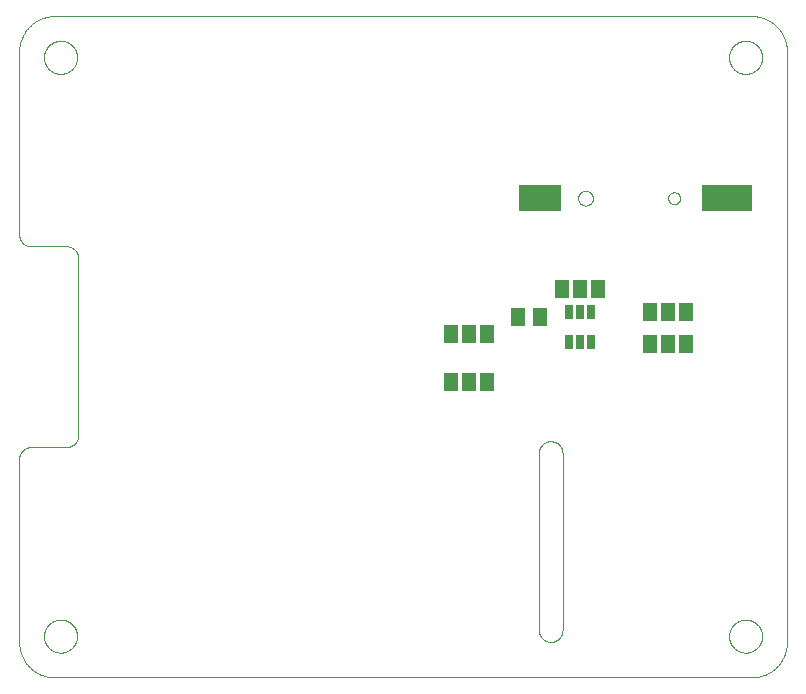
<source format=gbp>
G75*
%MOIN*%
%OFA0B0*%
%FSLAX25Y25*%
%IPPOS*%
%LPD*%
%AMOC8*
5,1,8,0,0,1.08239X$1,22.5*
%
%ADD10C,0.00000*%
%ADD11R,0.04600X0.06300*%
%ADD12R,0.16929X0.09055*%
%ADD13R,0.14409X0.09055*%
%ADD14R,0.02500X0.05000*%
%ADD15R,0.05118X0.05906*%
D10*
X0005500Y0014811D02*
X0005500Y0075835D01*
X0005502Y0075959D01*
X0005508Y0076082D01*
X0005517Y0076206D01*
X0005531Y0076328D01*
X0005548Y0076451D01*
X0005570Y0076573D01*
X0005595Y0076694D01*
X0005624Y0076814D01*
X0005656Y0076933D01*
X0005693Y0077052D01*
X0005733Y0077169D01*
X0005776Y0077284D01*
X0005824Y0077399D01*
X0005875Y0077511D01*
X0005929Y0077622D01*
X0005987Y0077732D01*
X0006048Y0077839D01*
X0006113Y0077945D01*
X0006181Y0078048D01*
X0006252Y0078149D01*
X0006326Y0078248D01*
X0006403Y0078345D01*
X0006484Y0078439D01*
X0006567Y0078530D01*
X0006653Y0078619D01*
X0006742Y0078705D01*
X0006833Y0078788D01*
X0006927Y0078869D01*
X0007024Y0078946D01*
X0007123Y0079020D01*
X0007224Y0079091D01*
X0007327Y0079159D01*
X0007433Y0079224D01*
X0007540Y0079285D01*
X0007650Y0079343D01*
X0007761Y0079397D01*
X0007873Y0079448D01*
X0007988Y0079496D01*
X0008103Y0079539D01*
X0008220Y0079579D01*
X0008339Y0079616D01*
X0008458Y0079648D01*
X0008578Y0079677D01*
X0008699Y0079702D01*
X0008821Y0079724D01*
X0008944Y0079741D01*
X0009066Y0079755D01*
X0009190Y0079764D01*
X0009313Y0079770D01*
X0009437Y0079772D01*
X0021248Y0079772D01*
X0021372Y0079774D01*
X0021495Y0079780D01*
X0021619Y0079789D01*
X0021741Y0079803D01*
X0021864Y0079820D01*
X0021986Y0079842D01*
X0022107Y0079867D01*
X0022227Y0079896D01*
X0022346Y0079928D01*
X0022465Y0079965D01*
X0022582Y0080005D01*
X0022697Y0080048D01*
X0022812Y0080096D01*
X0022924Y0080147D01*
X0023035Y0080201D01*
X0023145Y0080259D01*
X0023252Y0080320D01*
X0023358Y0080385D01*
X0023461Y0080453D01*
X0023562Y0080524D01*
X0023661Y0080598D01*
X0023758Y0080675D01*
X0023852Y0080756D01*
X0023943Y0080839D01*
X0024032Y0080925D01*
X0024118Y0081014D01*
X0024201Y0081105D01*
X0024282Y0081199D01*
X0024359Y0081296D01*
X0024433Y0081395D01*
X0024504Y0081496D01*
X0024572Y0081599D01*
X0024637Y0081705D01*
X0024698Y0081812D01*
X0024756Y0081922D01*
X0024810Y0082033D01*
X0024861Y0082145D01*
X0024909Y0082260D01*
X0024952Y0082375D01*
X0024992Y0082492D01*
X0025029Y0082611D01*
X0025061Y0082730D01*
X0025090Y0082850D01*
X0025115Y0082971D01*
X0025137Y0083093D01*
X0025154Y0083216D01*
X0025168Y0083338D01*
X0025177Y0083462D01*
X0025183Y0083585D01*
X0025185Y0083709D01*
X0025185Y0142764D01*
X0025183Y0142888D01*
X0025177Y0143011D01*
X0025168Y0143135D01*
X0025154Y0143257D01*
X0025137Y0143380D01*
X0025115Y0143502D01*
X0025090Y0143623D01*
X0025061Y0143743D01*
X0025029Y0143862D01*
X0024992Y0143981D01*
X0024952Y0144098D01*
X0024909Y0144213D01*
X0024861Y0144328D01*
X0024810Y0144440D01*
X0024756Y0144551D01*
X0024698Y0144661D01*
X0024637Y0144768D01*
X0024572Y0144874D01*
X0024504Y0144977D01*
X0024433Y0145078D01*
X0024359Y0145177D01*
X0024282Y0145274D01*
X0024201Y0145368D01*
X0024118Y0145459D01*
X0024032Y0145548D01*
X0023943Y0145634D01*
X0023852Y0145717D01*
X0023758Y0145798D01*
X0023661Y0145875D01*
X0023562Y0145949D01*
X0023461Y0146020D01*
X0023358Y0146088D01*
X0023252Y0146153D01*
X0023145Y0146214D01*
X0023035Y0146272D01*
X0022924Y0146326D01*
X0022812Y0146377D01*
X0022697Y0146425D01*
X0022582Y0146468D01*
X0022465Y0146508D01*
X0022346Y0146545D01*
X0022227Y0146577D01*
X0022107Y0146606D01*
X0021986Y0146631D01*
X0021864Y0146653D01*
X0021741Y0146670D01*
X0021619Y0146684D01*
X0021495Y0146693D01*
X0021372Y0146699D01*
X0021248Y0146701D01*
X0009437Y0146701D01*
X0009313Y0146703D01*
X0009190Y0146709D01*
X0009066Y0146718D01*
X0008944Y0146732D01*
X0008821Y0146749D01*
X0008699Y0146771D01*
X0008578Y0146796D01*
X0008458Y0146825D01*
X0008339Y0146857D01*
X0008220Y0146894D01*
X0008103Y0146934D01*
X0007988Y0146977D01*
X0007873Y0147025D01*
X0007761Y0147076D01*
X0007650Y0147130D01*
X0007540Y0147188D01*
X0007433Y0147249D01*
X0007327Y0147314D01*
X0007224Y0147382D01*
X0007123Y0147453D01*
X0007024Y0147527D01*
X0006927Y0147604D01*
X0006833Y0147685D01*
X0006742Y0147768D01*
X0006653Y0147854D01*
X0006567Y0147943D01*
X0006484Y0148034D01*
X0006403Y0148128D01*
X0006326Y0148225D01*
X0006252Y0148324D01*
X0006181Y0148425D01*
X0006113Y0148528D01*
X0006048Y0148634D01*
X0005987Y0148741D01*
X0005929Y0148851D01*
X0005875Y0148962D01*
X0005824Y0149074D01*
X0005776Y0149189D01*
X0005733Y0149304D01*
X0005693Y0149421D01*
X0005656Y0149540D01*
X0005624Y0149659D01*
X0005595Y0149779D01*
X0005570Y0149900D01*
X0005548Y0150022D01*
X0005531Y0150145D01*
X0005517Y0150267D01*
X0005508Y0150391D01*
X0005502Y0150514D01*
X0005500Y0150638D01*
X0005500Y0211661D01*
X0005503Y0211946D01*
X0005514Y0212232D01*
X0005531Y0212517D01*
X0005555Y0212801D01*
X0005586Y0213085D01*
X0005624Y0213368D01*
X0005669Y0213649D01*
X0005720Y0213930D01*
X0005778Y0214210D01*
X0005843Y0214488D01*
X0005915Y0214764D01*
X0005993Y0215038D01*
X0006078Y0215311D01*
X0006170Y0215581D01*
X0006268Y0215849D01*
X0006372Y0216115D01*
X0006483Y0216378D01*
X0006600Y0216638D01*
X0006723Y0216896D01*
X0006853Y0217150D01*
X0006989Y0217401D01*
X0007130Y0217649D01*
X0007278Y0217893D01*
X0007431Y0218134D01*
X0007591Y0218370D01*
X0007756Y0218603D01*
X0007926Y0218832D01*
X0008102Y0219057D01*
X0008284Y0219277D01*
X0008470Y0219493D01*
X0008662Y0219704D01*
X0008859Y0219911D01*
X0009061Y0220113D01*
X0009268Y0220310D01*
X0009479Y0220502D01*
X0009695Y0220688D01*
X0009915Y0220870D01*
X0010140Y0221046D01*
X0010369Y0221216D01*
X0010602Y0221381D01*
X0010838Y0221541D01*
X0011079Y0221694D01*
X0011323Y0221842D01*
X0011571Y0221983D01*
X0011822Y0222119D01*
X0012076Y0222249D01*
X0012334Y0222372D01*
X0012594Y0222489D01*
X0012857Y0222600D01*
X0013123Y0222704D01*
X0013391Y0222802D01*
X0013661Y0222894D01*
X0013934Y0222979D01*
X0014208Y0223057D01*
X0014484Y0223129D01*
X0014762Y0223194D01*
X0015042Y0223252D01*
X0015323Y0223303D01*
X0015604Y0223348D01*
X0015887Y0223386D01*
X0016171Y0223417D01*
X0016455Y0223441D01*
X0016740Y0223458D01*
X0017026Y0223469D01*
X0017311Y0223472D01*
X0249594Y0223472D01*
X0249879Y0223469D01*
X0250165Y0223458D01*
X0250450Y0223441D01*
X0250734Y0223417D01*
X0251018Y0223386D01*
X0251301Y0223348D01*
X0251582Y0223303D01*
X0251863Y0223252D01*
X0252143Y0223194D01*
X0252421Y0223129D01*
X0252697Y0223057D01*
X0252971Y0222979D01*
X0253244Y0222894D01*
X0253514Y0222802D01*
X0253782Y0222704D01*
X0254048Y0222600D01*
X0254311Y0222489D01*
X0254571Y0222372D01*
X0254829Y0222249D01*
X0255083Y0222119D01*
X0255334Y0221983D01*
X0255582Y0221842D01*
X0255826Y0221694D01*
X0256067Y0221541D01*
X0256303Y0221381D01*
X0256536Y0221216D01*
X0256765Y0221046D01*
X0256990Y0220870D01*
X0257210Y0220688D01*
X0257426Y0220502D01*
X0257637Y0220310D01*
X0257844Y0220113D01*
X0258046Y0219911D01*
X0258243Y0219704D01*
X0258435Y0219493D01*
X0258621Y0219277D01*
X0258803Y0219057D01*
X0258979Y0218832D01*
X0259149Y0218603D01*
X0259314Y0218370D01*
X0259474Y0218134D01*
X0259627Y0217893D01*
X0259775Y0217649D01*
X0259916Y0217401D01*
X0260052Y0217150D01*
X0260182Y0216896D01*
X0260305Y0216638D01*
X0260422Y0216378D01*
X0260533Y0216115D01*
X0260637Y0215849D01*
X0260735Y0215581D01*
X0260827Y0215311D01*
X0260912Y0215038D01*
X0260990Y0214764D01*
X0261062Y0214488D01*
X0261127Y0214210D01*
X0261185Y0213930D01*
X0261236Y0213649D01*
X0261281Y0213368D01*
X0261319Y0213085D01*
X0261350Y0212801D01*
X0261374Y0212517D01*
X0261391Y0212232D01*
X0261402Y0211946D01*
X0261405Y0211661D01*
X0261406Y0211661D02*
X0261406Y0014811D01*
X0261405Y0014811D02*
X0261402Y0014526D01*
X0261391Y0014240D01*
X0261374Y0013955D01*
X0261350Y0013671D01*
X0261319Y0013387D01*
X0261281Y0013104D01*
X0261236Y0012823D01*
X0261185Y0012542D01*
X0261127Y0012262D01*
X0261062Y0011984D01*
X0260990Y0011708D01*
X0260912Y0011434D01*
X0260827Y0011161D01*
X0260735Y0010891D01*
X0260637Y0010623D01*
X0260533Y0010357D01*
X0260422Y0010094D01*
X0260305Y0009834D01*
X0260182Y0009576D01*
X0260052Y0009322D01*
X0259916Y0009071D01*
X0259775Y0008823D01*
X0259627Y0008579D01*
X0259474Y0008338D01*
X0259314Y0008102D01*
X0259149Y0007869D01*
X0258979Y0007640D01*
X0258803Y0007415D01*
X0258621Y0007195D01*
X0258435Y0006979D01*
X0258243Y0006768D01*
X0258046Y0006561D01*
X0257844Y0006359D01*
X0257637Y0006162D01*
X0257426Y0005970D01*
X0257210Y0005784D01*
X0256990Y0005602D01*
X0256765Y0005426D01*
X0256536Y0005256D01*
X0256303Y0005091D01*
X0256067Y0004931D01*
X0255826Y0004778D01*
X0255582Y0004630D01*
X0255334Y0004489D01*
X0255083Y0004353D01*
X0254829Y0004223D01*
X0254571Y0004100D01*
X0254311Y0003983D01*
X0254048Y0003872D01*
X0253782Y0003768D01*
X0253514Y0003670D01*
X0253244Y0003578D01*
X0252971Y0003493D01*
X0252697Y0003415D01*
X0252421Y0003343D01*
X0252143Y0003278D01*
X0251863Y0003220D01*
X0251582Y0003169D01*
X0251301Y0003124D01*
X0251018Y0003086D01*
X0250734Y0003055D01*
X0250450Y0003031D01*
X0250165Y0003014D01*
X0249879Y0003003D01*
X0249594Y0003000D01*
X0017311Y0003000D01*
X0017026Y0003003D01*
X0016740Y0003014D01*
X0016455Y0003031D01*
X0016171Y0003055D01*
X0015887Y0003086D01*
X0015604Y0003124D01*
X0015323Y0003169D01*
X0015042Y0003220D01*
X0014762Y0003278D01*
X0014484Y0003343D01*
X0014208Y0003415D01*
X0013934Y0003493D01*
X0013661Y0003578D01*
X0013391Y0003670D01*
X0013123Y0003768D01*
X0012857Y0003872D01*
X0012594Y0003983D01*
X0012334Y0004100D01*
X0012076Y0004223D01*
X0011822Y0004353D01*
X0011571Y0004489D01*
X0011323Y0004630D01*
X0011079Y0004778D01*
X0010838Y0004931D01*
X0010602Y0005091D01*
X0010369Y0005256D01*
X0010140Y0005426D01*
X0009915Y0005602D01*
X0009695Y0005784D01*
X0009479Y0005970D01*
X0009268Y0006162D01*
X0009061Y0006359D01*
X0008859Y0006561D01*
X0008662Y0006768D01*
X0008470Y0006979D01*
X0008284Y0007195D01*
X0008102Y0007415D01*
X0007926Y0007640D01*
X0007756Y0007869D01*
X0007591Y0008102D01*
X0007431Y0008338D01*
X0007278Y0008579D01*
X0007130Y0008823D01*
X0006989Y0009071D01*
X0006853Y0009322D01*
X0006723Y0009576D01*
X0006600Y0009834D01*
X0006483Y0010094D01*
X0006372Y0010357D01*
X0006268Y0010623D01*
X0006170Y0010891D01*
X0006078Y0011161D01*
X0005993Y0011434D01*
X0005915Y0011708D01*
X0005843Y0011984D01*
X0005778Y0012262D01*
X0005720Y0012542D01*
X0005669Y0012823D01*
X0005624Y0013104D01*
X0005586Y0013387D01*
X0005555Y0013671D01*
X0005531Y0013955D01*
X0005514Y0014240D01*
X0005503Y0014526D01*
X0005500Y0014811D01*
X0013768Y0016780D02*
X0013770Y0016928D01*
X0013776Y0017076D01*
X0013786Y0017224D01*
X0013800Y0017371D01*
X0013818Y0017518D01*
X0013839Y0017664D01*
X0013865Y0017810D01*
X0013895Y0017955D01*
X0013928Y0018099D01*
X0013966Y0018242D01*
X0014007Y0018384D01*
X0014052Y0018525D01*
X0014100Y0018665D01*
X0014153Y0018804D01*
X0014209Y0018941D01*
X0014269Y0019076D01*
X0014332Y0019210D01*
X0014399Y0019342D01*
X0014470Y0019472D01*
X0014544Y0019600D01*
X0014621Y0019726D01*
X0014702Y0019850D01*
X0014786Y0019972D01*
X0014873Y0020091D01*
X0014964Y0020208D01*
X0015058Y0020323D01*
X0015154Y0020435D01*
X0015254Y0020545D01*
X0015356Y0020651D01*
X0015462Y0020755D01*
X0015570Y0020856D01*
X0015681Y0020954D01*
X0015794Y0021050D01*
X0015910Y0021142D01*
X0016028Y0021231D01*
X0016149Y0021316D01*
X0016272Y0021399D01*
X0016397Y0021478D01*
X0016524Y0021554D01*
X0016653Y0021626D01*
X0016784Y0021695D01*
X0016917Y0021760D01*
X0017052Y0021821D01*
X0017188Y0021879D01*
X0017325Y0021934D01*
X0017464Y0021984D01*
X0017605Y0022031D01*
X0017746Y0022074D01*
X0017889Y0022114D01*
X0018033Y0022149D01*
X0018177Y0022181D01*
X0018323Y0022208D01*
X0018469Y0022232D01*
X0018616Y0022252D01*
X0018763Y0022268D01*
X0018910Y0022280D01*
X0019058Y0022288D01*
X0019206Y0022292D01*
X0019354Y0022292D01*
X0019502Y0022288D01*
X0019650Y0022280D01*
X0019797Y0022268D01*
X0019944Y0022252D01*
X0020091Y0022232D01*
X0020237Y0022208D01*
X0020383Y0022181D01*
X0020527Y0022149D01*
X0020671Y0022114D01*
X0020814Y0022074D01*
X0020955Y0022031D01*
X0021096Y0021984D01*
X0021235Y0021934D01*
X0021372Y0021879D01*
X0021508Y0021821D01*
X0021643Y0021760D01*
X0021776Y0021695D01*
X0021907Y0021626D01*
X0022036Y0021554D01*
X0022163Y0021478D01*
X0022288Y0021399D01*
X0022411Y0021316D01*
X0022532Y0021231D01*
X0022650Y0021142D01*
X0022766Y0021050D01*
X0022879Y0020954D01*
X0022990Y0020856D01*
X0023098Y0020755D01*
X0023204Y0020651D01*
X0023306Y0020545D01*
X0023406Y0020435D01*
X0023502Y0020323D01*
X0023596Y0020208D01*
X0023687Y0020091D01*
X0023774Y0019972D01*
X0023858Y0019850D01*
X0023939Y0019726D01*
X0024016Y0019600D01*
X0024090Y0019472D01*
X0024161Y0019342D01*
X0024228Y0019210D01*
X0024291Y0019076D01*
X0024351Y0018941D01*
X0024407Y0018804D01*
X0024460Y0018665D01*
X0024508Y0018525D01*
X0024553Y0018384D01*
X0024594Y0018242D01*
X0024632Y0018099D01*
X0024665Y0017955D01*
X0024695Y0017810D01*
X0024721Y0017664D01*
X0024742Y0017518D01*
X0024760Y0017371D01*
X0024774Y0017224D01*
X0024784Y0017076D01*
X0024790Y0016928D01*
X0024792Y0016780D01*
X0024790Y0016632D01*
X0024784Y0016484D01*
X0024774Y0016336D01*
X0024760Y0016189D01*
X0024742Y0016042D01*
X0024721Y0015896D01*
X0024695Y0015750D01*
X0024665Y0015605D01*
X0024632Y0015461D01*
X0024594Y0015318D01*
X0024553Y0015176D01*
X0024508Y0015035D01*
X0024460Y0014895D01*
X0024407Y0014756D01*
X0024351Y0014619D01*
X0024291Y0014484D01*
X0024228Y0014350D01*
X0024161Y0014218D01*
X0024090Y0014088D01*
X0024016Y0013960D01*
X0023939Y0013834D01*
X0023858Y0013710D01*
X0023774Y0013588D01*
X0023687Y0013469D01*
X0023596Y0013352D01*
X0023502Y0013237D01*
X0023406Y0013125D01*
X0023306Y0013015D01*
X0023204Y0012909D01*
X0023098Y0012805D01*
X0022990Y0012704D01*
X0022879Y0012606D01*
X0022766Y0012510D01*
X0022650Y0012418D01*
X0022532Y0012329D01*
X0022411Y0012244D01*
X0022288Y0012161D01*
X0022163Y0012082D01*
X0022036Y0012006D01*
X0021907Y0011934D01*
X0021776Y0011865D01*
X0021643Y0011800D01*
X0021508Y0011739D01*
X0021372Y0011681D01*
X0021235Y0011626D01*
X0021096Y0011576D01*
X0020955Y0011529D01*
X0020814Y0011486D01*
X0020671Y0011446D01*
X0020527Y0011411D01*
X0020383Y0011379D01*
X0020237Y0011352D01*
X0020091Y0011328D01*
X0019944Y0011308D01*
X0019797Y0011292D01*
X0019650Y0011280D01*
X0019502Y0011272D01*
X0019354Y0011268D01*
X0019206Y0011268D01*
X0019058Y0011272D01*
X0018910Y0011280D01*
X0018763Y0011292D01*
X0018616Y0011308D01*
X0018469Y0011328D01*
X0018323Y0011352D01*
X0018177Y0011379D01*
X0018033Y0011411D01*
X0017889Y0011446D01*
X0017746Y0011486D01*
X0017605Y0011529D01*
X0017464Y0011576D01*
X0017325Y0011626D01*
X0017188Y0011681D01*
X0017052Y0011739D01*
X0016917Y0011800D01*
X0016784Y0011865D01*
X0016653Y0011934D01*
X0016524Y0012006D01*
X0016397Y0012082D01*
X0016272Y0012161D01*
X0016149Y0012244D01*
X0016028Y0012329D01*
X0015910Y0012418D01*
X0015794Y0012510D01*
X0015681Y0012606D01*
X0015570Y0012704D01*
X0015462Y0012805D01*
X0015356Y0012909D01*
X0015254Y0013015D01*
X0015154Y0013125D01*
X0015058Y0013237D01*
X0014964Y0013352D01*
X0014873Y0013469D01*
X0014786Y0013588D01*
X0014702Y0013710D01*
X0014621Y0013834D01*
X0014544Y0013960D01*
X0014470Y0014088D01*
X0014399Y0014218D01*
X0014332Y0014350D01*
X0014269Y0014484D01*
X0014209Y0014619D01*
X0014153Y0014756D01*
X0014100Y0014895D01*
X0014052Y0015035D01*
X0014007Y0015176D01*
X0013966Y0015318D01*
X0013928Y0015461D01*
X0013895Y0015605D01*
X0013865Y0015750D01*
X0013839Y0015896D01*
X0013818Y0016042D01*
X0013800Y0016189D01*
X0013786Y0016336D01*
X0013776Y0016484D01*
X0013770Y0016632D01*
X0013768Y0016780D01*
X0178728Y0018787D02*
X0178728Y0077803D01*
X0178730Y0077927D01*
X0178736Y0078050D01*
X0178745Y0078174D01*
X0178759Y0078296D01*
X0178776Y0078419D01*
X0178798Y0078541D01*
X0178823Y0078662D01*
X0178852Y0078782D01*
X0178884Y0078901D01*
X0178921Y0079020D01*
X0178961Y0079137D01*
X0179004Y0079252D01*
X0179052Y0079367D01*
X0179103Y0079479D01*
X0179157Y0079590D01*
X0179215Y0079700D01*
X0179276Y0079807D01*
X0179341Y0079913D01*
X0179409Y0080016D01*
X0179480Y0080117D01*
X0179554Y0080216D01*
X0179631Y0080313D01*
X0179712Y0080407D01*
X0179795Y0080498D01*
X0179881Y0080587D01*
X0179970Y0080673D01*
X0180061Y0080756D01*
X0180155Y0080837D01*
X0180252Y0080914D01*
X0180351Y0080988D01*
X0180452Y0081059D01*
X0180555Y0081127D01*
X0180661Y0081192D01*
X0180768Y0081253D01*
X0180878Y0081311D01*
X0180989Y0081365D01*
X0181101Y0081416D01*
X0181216Y0081464D01*
X0181331Y0081507D01*
X0181448Y0081547D01*
X0181567Y0081584D01*
X0181686Y0081616D01*
X0181806Y0081645D01*
X0181927Y0081670D01*
X0182049Y0081692D01*
X0182172Y0081709D01*
X0182294Y0081723D01*
X0182418Y0081732D01*
X0182541Y0081738D01*
X0182665Y0081740D01*
X0182789Y0081738D01*
X0182912Y0081732D01*
X0183036Y0081723D01*
X0183158Y0081709D01*
X0183281Y0081692D01*
X0183403Y0081670D01*
X0183524Y0081645D01*
X0183644Y0081616D01*
X0183763Y0081584D01*
X0183882Y0081547D01*
X0183999Y0081507D01*
X0184114Y0081464D01*
X0184229Y0081416D01*
X0184341Y0081365D01*
X0184452Y0081311D01*
X0184562Y0081253D01*
X0184669Y0081192D01*
X0184775Y0081127D01*
X0184878Y0081059D01*
X0184979Y0080988D01*
X0185078Y0080914D01*
X0185175Y0080837D01*
X0185269Y0080756D01*
X0185360Y0080673D01*
X0185449Y0080587D01*
X0185535Y0080498D01*
X0185618Y0080407D01*
X0185699Y0080313D01*
X0185776Y0080216D01*
X0185850Y0080117D01*
X0185921Y0080016D01*
X0185989Y0079913D01*
X0186054Y0079807D01*
X0186115Y0079700D01*
X0186173Y0079590D01*
X0186227Y0079479D01*
X0186278Y0079367D01*
X0186326Y0079252D01*
X0186369Y0079137D01*
X0186409Y0079020D01*
X0186446Y0078901D01*
X0186478Y0078782D01*
X0186507Y0078662D01*
X0186532Y0078541D01*
X0186554Y0078419D01*
X0186571Y0078296D01*
X0186585Y0078174D01*
X0186594Y0078050D01*
X0186600Y0077927D01*
X0186602Y0077803D01*
X0186602Y0018787D01*
X0186600Y0018663D01*
X0186594Y0018540D01*
X0186585Y0018416D01*
X0186571Y0018294D01*
X0186554Y0018171D01*
X0186532Y0018049D01*
X0186507Y0017928D01*
X0186478Y0017808D01*
X0186446Y0017689D01*
X0186409Y0017570D01*
X0186369Y0017453D01*
X0186326Y0017338D01*
X0186278Y0017223D01*
X0186227Y0017111D01*
X0186173Y0017000D01*
X0186115Y0016890D01*
X0186054Y0016783D01*
X0185989Y0016677D01*
X0185921Y0016574D01*
X0185850Y0016473D01*
X0185776Y0016374D01*
X0185699Y0016277D01*
X0185618Y0016183D01*
X0185535Y0016092D01*
X0185449Y0016003D01*
X0185360Y0015917D01*
X0185269Y0015834D01*
X0185175Y0015753D01*
X0185078Y0015676D01*
X0184979Y0015602D01*
X0184878Y0015531D01*
X0184775Y0015463D01*
X0184669Y0015398D01*
X0184562Y0015337D01*
X0184452Y0015279D01*
X0184341Y0015225D01*
X0184229Y0015174D01*
X0184114Y0015126D01*
X0183999Y0015083D01*
X0183882Y0015043D01*
X0183763Y0015006D01*
X0183644Y0014974D01*
X0183524Y0014945D01*
X0183403Y0014920D01*
X0183281Y0014898D01*
X0183158Y0014881D01*
X0183036Y0014867D01*
X0182912Y0014858D01*
X0182789Y0014852D01*
X0182665Y0014850D01*
X0182541Y0014852D01*
X0182418Y0014858D01*
X0182294Y0014867D01*
X0182172Y0014881D01*
X0182049Y0014898D01*
X0181927Y0014920D01*
X0181806Y0014945D01*
X0181686Y0014974D01*
X0181567Y0015006D01*
X0181448Y0015043D01*
X0181331Y0015083D01*
X0181216Y0015126D01*
X0181101Y0015174D01*
X0180989Y0015225D01*
X0180878Y0015279D01*
X0180768Y0015337D01*
X0180661Y0015398D01*
X0180555Y0015463D01*
X0180452Y0015531D01*
X0180351Y0015602D01*
X0180252Y0015676D01*
X0180155Y0015753D01*
X0180061Y0015834D01*
X0179970Y0015917D01*
X0179881Y0016003D01*
X0179795Y0016092D01*
X0179712Y0016183D01*
X0179631Y0016277D01*
X0179554Y0016374D01*
X0179480Y0016473D01*
X0179409Y0016574D01*
X0179341Y0016677D01*
X0179276Y0016783D01*
X0179215Y0016890D01*
X0179157Y0017000D01*
X0179103Y0017111D01*
X0179052Y0017223D01*
X0179004Y0017338D01*
X0178961Y0017453D01*
X0178921Y0017570D01*
X0178884Y0017689D01*
X0178852Y0017808D01*
X0178823Y0017928D01*
X0178798Y0018049D01*
X0178776Y0018171D01*
X0178759Y0018294D01*
X0178745Y0018416D01*
X0178736Y0018540D01*
X0178730Y0018663D01*
X0178728Y0018787D01*
X0242114Y0016780D02*
X0242116Y0016928D01*
X0242122Y0017076D01*
X0242132Y0017224D01*
X0242146Y0017371D01*
X0242164Y0017518D01*
X0242185Y0017664D01*
X0242211Y0017810D01*
X0242241Y0017955D01*
X0242274Y0018099D01*
X0242312Y0018242D01*
X0242353Y0018384D01*
X0242398Y0018525D01*
X0242446Y0018665D01*
X0242499Y0018804D01*
X0242555Y0018941D01*
X0242615Y0019076D01*
X0242678Y0019210D01*
X0242745Y0019342D01*
X0242816Y0019472D01*
X0242890Y0019600D01*
X0242967Y0019726D01*
X0243048Y0019850D01*
X0243132Y0019972D01*
X0243219Y0020091D01*
X0243310Y0020208D01*
X0243404Y0020323D01*
X0243500Y0020435D01*
X0243600Y0020545D01*
X0243702Y0020651D01*
X0243808Y0020755D01*
X0243916Y0020856D01*
X0244027Y0020954D01*
X0244140Y0021050D01*
X0244256Y0021142D01*
X0244374Y0021231D01*
X0244495Y0021316D01*
X0244618Y0021399D01*
X0244743Y0021478D01*
X0244870Y0021554D01*
X0244999Y0021626D01*
X0245130Y0021695D01*
X0245263Y0021760D01*
X0245398Y0021821D01*
X0245534Y0021879D01*
X0245671Y0021934D01*
X0245810Y0021984D01*
X0245951Y0022031D01*
X0246092Y0022074D01*
X0246235Y0022114D01*
X0246379Y0022149D01*
X0246523Y0022181D01*
X0246669Y0022208D01*
X0246815Y0022232D01*
X0246962Y0022252D01*
X0247109Y0022268D01*
X0247256Y0022280D01*
X0247404Y0022288D01*
X0247552Y0022292D01*
X0247700Y0022292D01*
X0247848Y0022288D01*
X0247996Y0022280D01*
X0248143Y0022268D01*
X0248290Y0022252D01*
X0248437Y0022232D01*
X0248583Y0022208D01*
X0248729Y0022181D01*
X0248873Y0022149D01*
X0249017Y0022114D01*
X0249160Y0022074D01*
X0249301Y0022031D01*
X0249442Y0021984D01*
X0249581Y0021934D01*
X0249718Y0021879D01*
X0249854Y0021821D01*
X0249989Y0021760D01*
X0250122Y0021695D01*
X0250253Y0021626D01*
X0250382Y0021554D01*
X0250509Y0021478D01*
X0250634Y0021399D01*
X0250757Y0021316D01*
X0250878Y0021231D01*
X0250996Y0021142D01*
X0251112Y0021050D01*
X0251225Y0020954D01*
X0251336Y0020856D01*
X0251444Y0020755D01*
X0251550Y0020651D01*
X0251652Y0020545D01*
X0251752Y0020435D01*
X0251848Y0020323D01*
X0251942Y0020208D01*
X0252033Y0020091D01*
X0252120Y0019972D01*
X0252204Y0019850D01*
X0252285Y0019726D01*
X0252362Y0019600D01*
X0252436Y0019472D01*
X0252507Y0019342D01*
X0252574Y0019210D01*
X0252637Y0019076D01*
X0252697Y0018941D01*
X0252753Y0018804D01*
X0252806Y0018665D01*
X0252854Y0018525D01*
X0252899Y0018384D01*
X0252940Y0018242D01*
X0252978Y0018099D01*
X0253011Y0017955D01*
X0253041Y0017810D01*
X0253067Y0017664D01*
X0253088Y0017518D01*
X0253106Y0017371D01*
X0253120Y0017224D01*
X0253130Y0017076D01*
X0253136Y0016928D01*
X0253138Y0016780D01*
X0253136Y0016632D01*
X0253130Y0016484D01*
X0253120Y0016336D01*
X0253106Y0016189D01*
X0253088Y0016042D01*
X0253067Y0015896D01*
X0253041Y0015750D01*
X0253011Y0015605D01*
X0252978Y0015461D01*
X0252940Y0015318D01*
X0252899Y0015176D01*
X0252854Y0015035D01*
X0252806Y0014895D01*
X0252753Y0014756D01*
X0252697Y0014619D01*
X0252637Y0014484D01*
X0252574Y0014350D01*
X0252507Y0014218D01*
X0252436Y0014088D01*
X0252362Y0013960D01*
X0252285Y0013834D01*
X0252204Y0013710D01*
X0252120Y0013588D01*
X0252033Y0013469D01*
X0251942Y0013352D01*
X0251848Y0013237D01*
X0251752Y0013125D01*
X0251652Y0013015D01*
X0251550Y0012909D01*
X0251444Y0012805D01*
X0251336Y0012704D01*
X0251225Y0012606D01*
X0251112Y0012510D01*
X0250996Y0012418D01*
X0250878Y0012329D01*
X0250757Y0012244D01*
X0250634Y0012161D01*
X0250509Y0012082D01*
X0250382Y0012006D01*
X0250253Y0011934D01*
X0250122Y0011865D01*
X0249989Y0011800D01*
X0249854Y0011739D01*
X0249718Y0011681D01*
X0249581Y0011626D01*
X0249442Y0011576D01*
X0249301Y0011529D01*
X0249160Y0011486D01*
X0249017Y0011446D01*
X0248873Y0011411D01*
X0248729Y0011379D01*
X0248583Y0011352D01*
X0248437Y0011328D01*
X0248290Y0011308D01*
X0248143Y0011292D01*
X0247996Y0011280D01*
X0247848Y0011272D01*
X0247700Y0011268D01*
X0247552Y0011268D01*
X0247404Y0011272D01*
X0247256Y0011280D01*
X0247109Y0011292D01*
X0246962Y0011308D01*
X0246815Y0011328D01*
X0246669Y0011352D01*
X0246523Y0011379D01*
X0246379Y0011411D01*
X0246235Y0011446D01*
X0246092Y0011486D01*
X0245951Y0011529D01*
X0245810Y0011576D01*
X0245671Y0011626D01*
X0245534Y0011681D01*
X0245398Y0011739D01*
X0245263Y0011800D01*
X0245130Y0011865D01*
X0244999Y0011934D01*
X0244870Y0012006D01*
X0244743Y0012082D01*
X0244618Y0012161D01*
X0244495Y0012244D01*
X0244374Y0012329D01*
X0244256Y0012418D01*
X0244140Y0012510D01*
X0244027Y0012606D01*
X0243916Y0012704D01*
X0243808Y0012805D01*
X0243702Y0012909D01*
X0243600Y0013015D01*
X0243500Y0013125D01*
X0243404Y0013237D01*
X0243310Y0013352D01*
X0243219Y0013469D01*
X0243132Y0013588D01*
X0243048Y0013710D01*
X0242967Y0013834D01*
X0242890Y0013960D01*
X0242816Y0014088D01*
X0242745Y0014218D01*
X0242678Y0014350D01*
X0242615Y0014484D01*
X0242555Y0014619D01*
X0242499Y0014756D01*
X0242446Y0014895D01*
X0242398Y0015035D01*
X0242353Y0015176D01*
X0242312Y0015318D01*
X0242274Y0015461D01*
X0242241Y0015605D01*
X0242211Y0015750D01*
X0242185Y0015896D01*
X0242164Y0016042D01*
X0242146Y0016189D01*
X0242132Y0016336D01*
X0242122Y0016484D01*
X0242116Y0016632D01*
X0242114Y0016780D01*
X0221828Y0162754D02*
X0221830Y0162842D01*
X0221836Y0162930D01*
X0221846Y0163018D01*
X0221860Y0163106D01*
X0221877Y0163192D01*
X0221899Y0163278D01*
X0221924Y0163362D01*
X0221954Y0163446D01*
X0221986Y0163528D01*
X0222023Y0163608D01*
X0222063Y0163687D01*
X0222107Y0163764D01*
X0222154Y0163839D01*
X0222204Y0163911D01*
X0222258Y0163982D01*
X0222314Y0164049D01*
X0222374Y0164115D01*
X0222436Y0164177D01*
X0222502Y0164237D01*
X0222569Y0164293D01*
X0222640Y0164347D01*
X0222712Y0164397D01*
X0222787Y0164444D01*
X0222864Y0164488D01*
X0222943Y0164528D01*
X0223023Y0164565D01*
X0223105Y0164597D01*
X0223189Y0164627D01*
X0223273Y0164652D01*
X0223359Y0164674D01*
X0223445Y0164691D01*
X0223533Y0164705D01*
X0223621Y0164715D01*
X0223709Y0164721D01*
X0223797Y0164723D01*
X0223885Y0164721D01*
X0223973Y0164715D01*
X0224061Y0164705D01*
X0224149Y0164691D01*
X0224235Y0164674D01*
X0224321Y0164652D01*
X0224405Y0164627D01*
X0224489Y0164597D01*
X0224571Y0164565D01*
X0224651Y0164528D01*
X0224730Y0164488D01*
X0224807Y0164444D01*
X0224882Y0164397D01*
X0224954Y0164347D01*
X0225025Y0164293D01*
X0225092Y0164237D01*
X0225158Y0164177D01*
X0225220Y0164115D01*
X0225280Y0164049D01*
X0225336Y0163982D01*
X0225390Y0163911D01*
X0225440Y0163839D01*
X0225487Y0163764D01*
X0225531Y0163687D01*
X0225571Y0163608D01*
X0225608Y0163528D01*
X0225640Y0163446D01*
X0225670Y0163362D01*
X0225695Y0163278D01*
X0225717Y0163192D01*
X0225734Y0163106D01*
X0225748Y0163018D01*
X0225758Y0162930D01*
X0225764Y0162842D01*
X0225766Y0162754D01*
X0225764Y0162666D01*
X0225758Y0162578D01*
X0225748Y0162490D01*
X0225734Y0162402D01*
X0225717Y0162316D01*
X0225695Y0162230D01*
X0225670Y0162146D01*
X0225640Y0162062D01*
X0225608Y0161980D01*
X0225571Y0161900D01*
X0225531Y0161821D01*
X0225487Y0161744D01*
X0225440Y0161669D01*
X0225390Y0161597D01*
X0225336Y0161526D01*
X0225280Y0161459D01*
X0225220Y0161393D01*
X0225158Y0161331D01*
X0225092Y0161271D01*
X0225025Y0161215D01*
X0224954Y0161161D01*
X0224882Y0161111D01*
X0224807Y0161064D01*
X0224730Y0161020D01*
X0224651Y0160980D01*
X0224571Y0160943D01*
X0224489Y0160911D01*
X0224405Y0160881D01*
X0224321Y0160856D01*
X0224235Y0160834D01*
X0224149Y0160817D01*
X0224061Y0160803D01*
X0223973Y0160793D01*
X0223885Y0160787D01*
X0223797Y0160785D01*
X0223709Y0160787D01*
X0223621Y0160793D01*
X0223533Y0160803D01*
X0223445Y0160817D01*
X0223359Y0160834D01*
X0223273Y0160856D01*
X0223189Y0160881D01*
X0223105Y0160911D01*
X0223023Y0160943D01*
X0222943Y0160980D01*
X0222864Y0161020D01*
X0222787Y0161064D01*
X0222712Y0161111D01*
X0222640Y0161161D01*
X0222569Y0161215D01*
X0222502Y0161271D01*
X0222436Y0161331D01*
X0222374Y0161393D01*
X0222314Y0161459D01*
X0222258Y0161526D01*
X0222204Y0161597D01*
X0222154Y0161669D01*
X0222107Y0161744D01*
X0222063Y0161821D01*
X0222023Y0161900D01*
X0221986Y0161980D01*
X0221954Y0162062D01*
X0221924Y0162146D01*
X0221899Y0162230D01*
X0221877Y0162316D01*
X0221860Y0162402D01*
X0221846Y0162490D01*
X0221836Y0162578D01*
X0221830Y0162666D01*
X0221828Y0162754D01*
X0191809Y0162754D02*
X0191811Y0162853D01*
X0191817Y0162952D01*
X0191827Y0163051D01*
X0191841Y0163149D01*
X0191859Y0163246D01*
X0191881Y0163343D01*
X0191906Y0163439D01*
X0191936Y0163533D01*
X0191969Y0163627D01*
X0192006Y0163719D01*
X0192047Y0163809D01*
X0192091Y0163898D01*
X0192139Y0163984D01*
X0192190Y0164069D01*
X0192245Y0164152D01*
X0192303Y0164232D01*
X0192364Y0164310D01*
X0192428Y0164386D01*
X0192495Y0164459D01*
X0192565Y0164529D01*
X0192638Y0164596D01*
X0192714Y0164660D01*
X0192792Y0164721D01*
X0192872Y0164779D01*
X0192955Y0164834D01*
X0193039Y0164885D01*
X0193126Y0164933D01*
X0193215Y0164977D01*
X0193305Y0165018D01*
X0193397Y0165055D01*
X0193491Y0165088D01*
X0193585Y0165118D01*
X0193681Y0165143D01*
X0193778Y0165165D01*
X0193875Y0165183D01*
X0193973Y0165197D01*
X0194072Y0165207D01*
X0194171Y0165213D01*
X0194270Y0165215D01*
X0194369Y0165213D01*
X0194468Y0165207D01*
X0194567Y0165197D01*
X0194665Y0165183D01*
X0194762Y0165165D01*
X0194859Y0165143D01*
X0194955Y0165118D01*
X0195049Y0165088D01*
X0195143Y0165055D01*
X0195235Y0165018D01*
X0195325Y0164977D01*
X0195414Y0164933D01*
X0195500Y0164885D01*
X0195585Y0164834D01*
X0195668Y0164779D01*
X0195748Y0164721D01*
X0195826Y0164660D01*
X0195902Y0164596D01*
X0195975Y0164529D01*
X0196045Y0164459D01*
X0196112Y0164386D01*
X0196176Y0164310D01*
X0196237Y0164232D01*
X0196295Y0164152D01*
X0196350Y0164069D01*
X0196401Y0163985D01*
X0196449Y0163898D01*
X0196493Y0163809D01*
X0196534Y0163719D01*
X0196571Y0163627D01*
X0196604Y0163533D01*
X0196634Y0163439D01*
X0196659Y0163343D01*
X0196681Y0163246D01*
X0196699Y0163149D01*
X0196713Y0163051D01*
X0196723Y0162952D01*
X0196729Y0162853D01*
X0196731Y0162754D01*
X0196729Y0162655D01*
X0196723Y0162556D01*
X0196713Y0162457D01*
X0196699Y0162359D01*
X0196681Y0162262D01*
X0196659Y0162165D01*
X0196634Y0162069D01*
X0196604Y0161975D01*
X0196571Y0161881D01*
X0196534Y0161789D01*
X0196493Y0161699D01*
X0196449Y0161610D01*
X0196401Y0161524D01*
X0196350Y0161439D01*
X0196295Y0161356D01*
X0196237Y0161276D01*
X0196176Y0161198D01*
X0196112Y0161122D01*
X0196045Y0161049D01*
X0195975Y0160979D01*
X0195902Y0160912D01*
X0195826Y0160848D01*
X0195748Y0160787D01*
X0195668Y0160729D01*
X0195585Y0160674D01*
X0195501Y0160623D01*
X0195414Y0160575D01*
X0195325Y0160531D01*
X0195235Y0160490D01*
X0195143Y0160453D01*
X0195049Y0160420D01*
X0194955Y0160390D01*
X0194859Y0160365D01*
X0194762Y0160343D01*
X0194665Y0160325D01*
X0194567Y0160311D01*
X0194468Y0160301D01*
X0194369Y0160295D01*
X0194270Y0160293D01*
X0194171Y0160295D01*
X0194072Y0160301D01*
X0193973Y0160311D01*
X0193875Y0160325D01*
X0193778Y0160343D01*
X0193681Y0160365D01*
X0193585Y0160390D01*
X0193491Y0160420D01*
X0193397Y0160453D01*
X0193305Y0160490D01*
X0193215Y0160531D01*
X0193126Y0160575D01*
X0193040Y0160623D01*
X0192955Y0160674D01*
X0192872Y0160729D01*
X0192792Y0160787D01*
X0192714Y0160848D01*
X0192638Y0160912D01*
X0192565Y0160979D01*
X0192495Y0161049D01*
X0192428Y0161122D01*
X0192364Y0161198D01*
X0192303Y0161276D01*
X0192245Y0161356D01*
X0192190Y0161439D01*
X0192139Y0161523D01*
X0192091Y0161610D01*
X0192047Y0161699D01*
X0192006Y0161789D01*
X0191969Y0161881D01*
X0191936Y0161975D01*
X0191906Y0162069D01*
X0191881Y0162165D01*
X0191859Y0162262D01*
X0191841Y0162359D01*
X0191827Y0162457D01*
X0191817Y0162556D01*
X0191811Y0162655D01*
X0191809Y0162754D01*
X0242114Y0209693D02*
X0242116Y0209841D01*
X0242122Y0209989D01*
X0242132Y0210137D01*
X0242146Y0210284D01*
X0242164Y0210431D01*
X0242185Y0210577D01*
X0242211Y0210723D01*
X0242241Y0210868D01*
X0242274Y0211012D01*
X0242312Y0211155D01*
X0242353Y0211297D01*
X0242398Y0211438D01*
X0242446Y0211578D01*
X0242499Y0211717D01*
X0242555Y0211854D01*
X0242615Y0211989D01*
X0242678Y0212123D01*
X0242745Y0212255D01*
X0242816Y0212385D01*
X0242890Y0212513D01*
X0242967Y0212639D01*
X0243048Y0212763D01*
X0243132Y0212885D01*
X0243219Y0213004D01*
X0243310Y0213121D01*
X0243404Y0213236D01*
X0243500Y0213348D01*
X0243600Y0213458D01*
X0243702Y0213564D01*
X0243808Y0213668D01*
X0243916Y0213769D01*
X0244027Y0213867D01*
X0244140Y0213963D01*
X0244256Y0214055D01*
X0244374Y0214144D01*
X0244495Y0214229D01*
X0244618Y0214312D01*
X0244743Y0214391D01*
X0244870Y0214467D01*
X0244999Y0214539D01*
X0245130Y0214608D01*
X0245263Y0214673D01*
X0245398Y0214734D01*
X0245534Y0214792D01*
X0245671Y0214847D01*
X0245810Y0214897D01*
X0245951Y0214944D01*
X0246092Y0214987D01*
X0246235Y0215027D01*
X0246379Y0215062D01*
X0246523Y0215094D01*
X0246669Y0215121D01*
X0246815Y0215145D01*
X0246962Y0215165D01*
X0247109Y0215181D01*
X0247256Y0215193D01*
X0247404Y0215201D01*
X0247552Y0215205D01*
X0247700Y0215205D01*
X0247848Y0215201D01*
X0247996Y0215193D01*
X0248143Y0215181D01*
X0248290Y0215165D01*
X0248437Y0215145D01*
X0248583Y0215121D01*
X0248729Y0215094D01*
X0248873Y0215062D01*
X0249017Y0215027D01*
X0249160Y0214987D01*
X0249301Y0214944D01*
X0249442Y0214897D01*
X0249581Y0214847D01*
X0249718Y0214792D01*
X0249854Y0214734D01*
X0249989Y0214673D01*
X0250122Y0214608D01*
X0250253Y0214539D01*
X0250382Y0214467D01*
X0250509Y0214391D01*
X0250634Y0214312D01*
X0250757Y0214229D01*
X0250878Y0214144D01*
X0250996Y0214055D01*
X0251112Y0213963D01*
X0251225Y0213867D01*
X0251336Y0213769D01*
X0251444Y0213668D01*
X0251550Y0213564D01*
X0251652Y0213458D01*
X0251752Y0213348D01*
X0251848Y0213236D01*
X0251942Y0213121D01*
X0252033Y0213004D01*
X0252120Y0212885D01*
X0252204Y0212763D01*
X0252285Y0212639D01*
X0252362Y0212513D01*
X0252436Y0212385D01*
X0252507Y0212255D01*
X0252574Y0212123D01*
X0252637Y0211989D01*
X0252697Y0211854D01*
X0252753Y0211717D01*
X0252806Y0211578D01*
X0252854Y0211438D01*
X0252899Y0211297D01*
X0252940Y0211155D01*
X0252978Y0211012D01*
X0253011Y0210868D01*
X0253041Y0210723D01*
X0253067Y0210577D01*
X0253088Y0210431D01*
X0253106Y0210284D01*
X0253120Y0210137D01*
X0253130Y0209989D01*
X0253136Y0209841D01*
X0253138Y0209693D01*
X0253136Y0209545D01*
X0253130Y0209397D01*
X0253120Y0209249D01*
X0253106Y0209102D01*
X0253088Y0208955D01*
X0253067Y0208809D01*
X0253041Y0208663D01*
X0253011Y0208518D01*
X0252978Y0208374D01*
X0252940Y0208231D01*
X0252899Y0208089D01*
X0252854Y0207948D01*
X0252806Y0207808D01*
X0252753Y0207669D01*
X0252697Y0207532D01*
X0252637Y0207397D01*
X0252574Y0207263D01*
X0252507Y0207131D01*
X0252436Y0207001D01*
X0252362Y0206873D01*
X0252285Y0206747D01*
X0252204Y0206623D01*
X0252120Y0206501D01*
X0252033Y0206382D01*
X0251942Y0206265D01*
X0251848Y0206150D01*
X0251752Y0206038D01*
X0251652Y0205928D01*
X0251550Y0205822D01*
X0251444Y0205718D01*
X0251336Y0205617D01*
X0251225Y0205519D01*
X0251112Y0205423D01*
X0250996Y0205331D01*
X0250878Y0205242D01*
X0250757Y0205157D01*
X0250634Y0205074D01*
X0250509Y0204995D01*
X0250382Y0204919D01*
X0250253Y0204847D01*
X0250122Y0204778D01*
X0249989Y0204713D01*
X0249854Y0204652D01*
X0249718Y0204594D01*
X0249581Y0204539D01*
X0249442Y0204489D01*
X0249301Y0204442D01*
X0249160Y0204399D01*
X0249017Y0204359D01*
X0248873Y0204324D01*
X0248729Y0204292D01*
X0248583Y0204265D01*
X0248437Y0204241D01*
X0248290Y0204221D01*
X0248143Y0204205D01*
X0247996Y0204193D01*
X0247848Y0204185D01*
X0247700Y0204181D01*
X0247552Y0204181D01*
X0247404Y0204185D01*
X0247256Y0204193D01*
X0247109Y0204205D01*
X0246962Y0204221D01*
X0246815Y0204241D01*
X0246669Y0204265D01*
X0246523Y0204292D01*
X0246379Y0204324D01*
X0246235Y0204359D01*
X0246092Y0204399D01*
X0245951Y0204442D01*
X0245810Y0204489D01*
X0245671Y0204539D01*
X0245534Y0204594D01*
X0245398Y0204652D01*
X0245263Y0204713D01*
X0245130Y0204778D01*
X0244999Y0204847D01*
X0244870Y0204919D01*
X0244743Y0204995D01*
X0244618Y0205074D01*
X0244495Y0205157D01*
X0244374Y0205242D01*
X0244256Y0205331D01*
X0244140Y0205423D01*
X0244027Y0205519D01*
X0243916Y0205617D01*
X0243808Y0205718D01*
X0243702Y0205822D01*
X0243600Y0205928D01*
X0243500Y0206038D01*
X0243404Y0206150D01*
X0243310Y0206265D01*
X0243219Y0206382D01*
X0243132Y0206501D01*
X0243048Y0206623D01*
X0242967Y0206747D01*
X0242890Y0206873D01*
X0242816Y0207001D01*
X0242745Y0207131D01*
X0242678Y0207263D01*
X0242615Y0207397D01*
X0242555Y0207532D01*
X0242499Y0207669D01*
X0242446Y0207808D01*
X0242398Y0207948D01*
X0242353Y0208089D01*
X0242312Y0208231D01*
X0242274Y0208374D01*
X0242241Y0208518D01*
X0242211Y0208663D01*
X0242185Y0208809D01*
X0242164Y0208955D01*
X0242146Y0209102D01*
X0242132Y0209249D01*
X0242122Y0209397D01*
X0242116Y0209545D01*
X0242114Y0209693D01*
X0013768Y0209693D02*
X0013770Y0209841D01*
X0013776Y0209989D01*
X0013786Y0210137D01*
X0013800Y0210284D01*
X0013818Y0210431D01*
X0013839Y0210577D01*
X0013865Y0210723D01*
X0013895Y0210868D01*
X0013928Y0211012D01*
X0013966Y0211155D01*
X0014007Y0211297D01*
X0014052Y0211438D01*
X0014100Y0211578D01*
X0014153Y0211717D01*
X0014209Y0211854D01*
X0014269Y0211989D01*
X0014332Y0212123D01*
X0014399Y0212255D01*
X0014470Y0212385D01*
X0014544Y0212513D01*
X0014621Y0212639D01*
X0014702Y0212763D01*
X0014786Y0212885D01*
X0014873Y0213004D01*
X0014964Y0213121D01*
X0015058Y0213236D01*
X0015154Y0213348D01*
X0015254Y0213458D01*
X0015356Y0213564D01*
X0015462Y0213668D01*
X0015570Y0213769D01*
X0015681Y0213867D01*
X0015794Y0213963D01*
X0015910Y0214055D01*
X0016028Y0214144D01*
X0016149Y0214229D01*
X0016272Y0214312D01*
X0016397Y0214391D01*
X0016524Y0214467D01*
X0016653Y0214539D01*
X0016784Y0214608D01*
X0016917Y0214673D01*
X0017052Y0214734D01*
X0017188Y0214792D01*
X0017325Y0214847D01*
X0017464Y0214897D01*
X0017605Y0214944D01*
X0017746Y0214987D01*
X0017889Y0215027D01*
X0018033Y0215062D01*
X0018177Y0215094D01*
X0018323Y0215121D01*
X0018469Y0215145D01*
X0018616Y0215165D01*
X0018763Y0215181D01*
X0018910Y0215193D01*
X0019058Y0215201D01*
X0019206Y0215205D01*
X0019354Y0215205D01*
X0019502Y0215201D01*
X0019650Y0215193D01*
X0019797Y0215181D01*
X0019944Y0215165D01*
X0020091Y0215145D01*
X0020237Y0215121D01*
X0020383Y0215094D01*
X0020527Y0215062D01*
X0020671Y0215027D01*
X0020814Y0214987D01*
X0020955Y0214944D01*
X0021096Y0214897D01*
X0021235Y0214847D01*
X0021372Y0214792D01*
X0021508Y0214734D01*
X0021643Y0214673D01*
X0021776Y0214608D01*
X0021907Y0214539D01*
X0022036Y0214467D01*
X0022163Y0214391D01*
X0022288Y0214312D01*
X0022411Y0214229D01*
X0022532Y0214144D01*
X0022650Y0214055D01*
X0022766Y0213963D01*
X0022879Y0213867D01*
X0022990Y0213769D01*
X0023098Y0213668D01*
X0023204Y0213564D01*
X0023306Y0213458D01*
X0023406Y0213348D01*
X0023502Y0213236D01*
X0023596Y0213121D01*
X0023687Y0213004D01*
X0023774Y0212885D01*
X0023858Y0212763D01*
X0023939Y0212639D01*
X0024016Y0212513D01*
X0024090Y0212385D01*
X0024161Y0212255D01*
X0024228Y0212123D01*
X0024291Y0211989D01*
X0024351Y0211854D01*
X0024407Y0211717D01*
X0024460Y0211578D01*
X0024508Y0211438D01*
X0024553Y0211297D01*
X0024594Y0211155D01*
X0024632Y0211012D01*
X0024665Y0210868D01*
X0024695Y0210723D01*
X0024721Y0210577D01*
X0024742Y0210431D01*
X0024760Y0210284D01*
X0024774Y0210137D01*
X0024784Y0209989D01*
X0024790Y0209841D01*
X0024792Y0209693D01*
X0024790Y0209545D01*
X0024784Y0209397D01*
X0024774Y0209249D01*
X0024760Y0209102D01*
X0024742Y0208955D01*
X0024721Y0208809D01*
X0024695Y0208663D01*
X0024665Y0208518D01*
X0024632Y0208374D01*
X0024594Y0208231D01*
X0024553Y0208089D01*
X0024508Y0207948D01*
X0024460Y0207808D01*
X0024407Y0207669D01*
X0024351Y0207532D01*
X0024291Y0207397D01*
X0024228Y0207263D01*
X0024161Y0207131D01*
X0024090Y0207001D01*
X0024016Y0206873D01*
X0023939Y0206747D01*
X0023858Y0206623D01*
X0023774Y0206501D01*
X0023687Y0206382D01*
X0023596Y0206265D01*
X0023502Y0206150D01*
X0023406Y0206038D01*
X0023306Y0205928D01*
X0023204Y0205822D01*
X0023098Y0205718D01*
X0022990Y0205617D01*
X0022879Y0205519D01*
X0022766Y0205423D01*
X0022650Y0205331D01*
X0022532Y0205242D01*
X0022411Y0205157D01*
X0022288Y0205074D01*
X0022163Y0204995D01*
X0022036Y0204919D01*
X0021907Y0204847D01*
X0021776Y0204778D01*
X0021643Y0204713D01*
X0021508Y0204652D01*
X0021372Y0204594D01*
X0021235Y0204539D01*
X0021096Y0204489D01*
X0020955Y0204442D01*
X0020814Y0204399D01*
X0020671Y0204359D01*
X0020527Y0204324D01*
X0020383Y0204292D01*
X0020237Y0204265D01*
X0020091Y0204241D01*
X0019944Y0204221D01*
X0019797Y0204205D01*
X0019650Y0204193D01*
X0019502Y0204185D01*
X0019354Y0204181D01*
X0019206Y0204181D01*
X0019058Y0204185D01*
X0018910Y0204193D01*
X0018763Y0204205D01*
X0018616Y0204221D01*
X0018469Y0204241D01*
X0018323Y0204265D01*
X0018177Y0204292D01*
X0018033Y0204324D01*
X0017889Y0204359D01*
X0017746Y0204399D01*
X0017605Y0204442D01*
X0017464Y0204489D01*
X0017325Y0204539D01*
X0017188Y0204594D01*
X0017052Y0204652D01*
X0016917Y0204713D01*
X0016784Y0204778D01*
X0016653Y0204847D01*
X0016524Y0204919D01*
X0016397Y0204995D01*
X0016272Y0205074D01*
X0016149Y0205157D01*
X0016028Y0205242D01*
X0015910Y0205331D01*
X0015794Y0205423D01*
X0015681Y0205519D01*
X0015570Y0205617D01*
X0015462Y0205718D01*
X0015356Y0205822D01*
X0015254Y0205928D01*
X0015154Y0206038D01*
X0015058Y0206150D01*
X0014964Y0206265D01*
X0014873Y0206382D01*
X0014786Y0206501D01*
X0014702Y0206623D01*
X0014621Y0206747D01*
X0014544Y0206873D01*
X0014470Y0207001D01*
X0014399Y0207131D01*
X0014332Y0207263D01*
X0014269Y0207397D01*
X0014209Y0207532D01*
X0014153Y0207669D01*
X0014100Y0207808D01*
X0014052Y0207948D01*
X0014007Y0208089D01*
X0013966Y0208231D01*
X0013928Y0208374D01*
X0013895Y0208518D01*
X0013865Y0208663D01*
X0013839Y0208809D01*
X0013818Y0208955D01*
X0013800Y0209102D01*
X0013786Y0209249D01*
X0013776Y0209397D01*
X0013770Y0209545D01*
X0013768Y0209693D01*
D11*
X0149500Y0117375D03*
X0155500Y0117375D03*
X0161500Y0117375D03*
X0161500Y0101500D03*
X0155500Y0101500D03*
X0149500Y0101500D03*
X0186375Y0132375D03*
X0192375Y0132375D03*
X0198375Y0132375D03*
X0215750Y0124875D03*
X0221750Y0124875D03*
X0227750Y0124875D03*
X0227750Y0114250D03*
X0221750Y0114250D03*
X0215750Y0114250D03*
D12*
X0241553Y0162754D03*
D13*
X0179191Y0162754D03*
D14*
X0188625Y0124875D03*
X0192375Y0124875D03*
X0196125Y0124875D03*
X0196125Y0114875D03*
X0192375Y0114875D03*
X0188625Y0114875D03*
D15*
X0179240Y0123000D03*
X0171760Y0123000D03*
M02*

</source>
